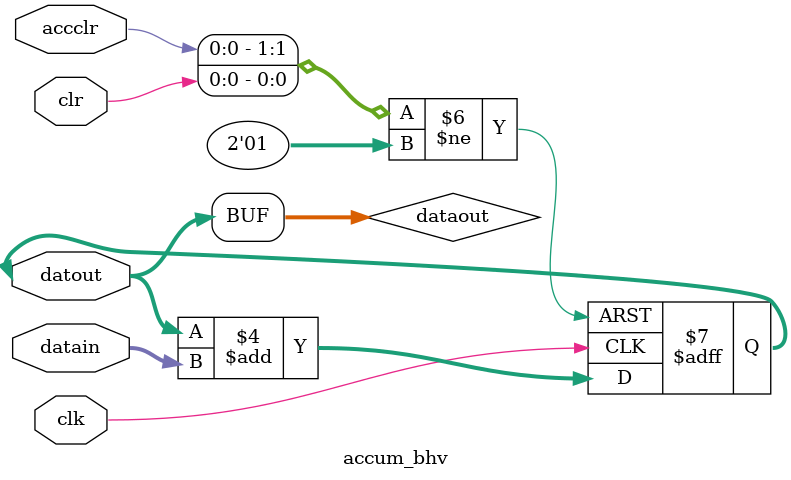
<source format=v>


// The result of translation follows.  Its copyright status should be
// considered unchanged from the original VHDL.

// DESCRIPTION
// 20 bit accumulator used to accumulate 1 msec data (from I or 
// Q prompt (after carrier multiplication)multiplied by goldcode)
// to check threshold for acquition is reached.
// I/O signals
// clr,clk --> master rest and master clock signal 
// accclr  --> used to clear the accumulator every epoch(1 msec)  
// datain  --> 20 bit data input either from I or Q prompt 
// dataout --> 20 bit accumulated data output used to check acq 
// no timescale needed
`timescale 1ns / 1ps

module accum_bhv(
datain,
clk,
clr,
accclr,
datout
);

input [19:0] datain;
input clk, clr;
input accclr;
inout [19:0] datout;

wire [19:0] datain;
wire clk;
wire clr;
wire accclr;
wire [19:0] datout;
reg [19:0] dataout;

assign datout = dataout;


  always @(negedge clk or negedge clr or posedge accclr) begin
    if(clr == 1'b 0) begin
      dataout <= {20{1'b0}};
    end else if(accclr== 1'b1) begin
    	dataout <= {20{1'b0}};
    end else begin
      dataout <= dataout + datain;
    end
  end


endmodule



</source>
